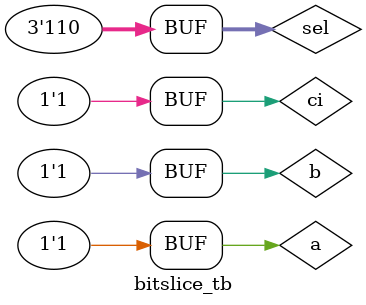
<source format=sv>
`timescale 1ns/10ps
module bitslice (a, b, ci, sel, alu_out, co);
    input logic a, b, ci;
    input logic [2:0] sel;
    output logic co, alu_out;

    logic [7:0] in_signals;
    logic b_mux;
    logic not_b;
    logic a_and_b, a_or_b, a_xor_b;

    // mux for adding and subtracting
    not #50 not_b_gate (not_b, b);
    mux2_1 sub_add (.out(b_mux), .i0(b), .i1(not_b), .sel(sel[0]));
    
    assign in_signals[0] = b;
    adder add_op (.ci, .a, .b(b_mux), .co, .out(in_signals[2]));
    assign in_signals[3] = in_signals[2];

    and #50 and_gate1 (in_signals[4], a, b);
    or #50 or_gate1 (in_signals[5], a, b);
    xor #50 xor_gat1 (in_signals[6], a, b);

    mux8_1 mux (.out(alu_out), .in(in_signals), .sel); 

endmodule

// test bench for the bitslice module that will test functionality of all selected 
// operations.
module bitslice_tb();
    logic a, b, ci;
    logic [2:0] sel;
    logic co, alu_out;

bitslice dut (.a, .b, .ci, .sel, .alu_out, .co);

    initial begin
	// tests some possible outputs of a,b,ci and sel

        // sel = 000 where b should go into alu out
		a=1'b0; b=1'b1; ci=1'b1; sel=3'b000; #10000;      
		a=1'b1; b=1'b1; ci=1'b0; sel=3'b000; #10000;      
		a=1'b0; b=1'b0; ci=1'b1; sel=3'b000; #10000;
        
        // sel = 010 where a+b should go into alu out      
		a=1'b1; b=1'b0; ci=1'b0; sel=3'b010; #10000;       
		a=1'b1; b=1'b0; ci=1'b1; sel=3'b010; #10000;
		a=1'b1; b=1'b1; ci=1'b1; sel=3'b010; #10000;
		a=1'b1; b=1'b1; ci=1'b0; sel=3'b010; #10000;
		a=1'b0; b=1'b1; ci=1'b0; sel=3'b010; #10000;
		a=1'b0; b=1'b0; ci=1'b1; sel=3'b010; #10000;
		a=1'b0; b=1'b0; ci=1'b0; sel=3'b010; #10000;
		a=1'b0; b=1'b1; ci=1'b1; sel=3'b010; #10000;

        // sel = 011 where a-b should go into alu out
		a=1'b1; b=1'b0; ci=1'b0; sel=3'b011; #10000;       
		a=1'b1; b=1'b0; ci=1'b1; sel=3'b011; #10000;
		a=1'b1; b=1'b1; ci=1'b1; sel=3'b011; #10000;
		a=1'b1; b=1'b1; ci=1'b0; sel=3'b011; #10000;
		a=1'b0; b=1'b1; ci=1'b0; sel=3'b011; #10000;
		a=1'b0; b=1'b0; ci=1'b1; sel=3'b011; #10000;
		a=1'b0; b=1'b0; ci=1'b0; sel=3'b011; #10000;
		a=1'b0; b=1'b1; ci=1'b1; sel=3'b011; #10000;

        // sel = 100 A & B into alu out
		a=1'b0; b=1'b0; ci=1'b1; sel=3'b100; #10000;      
		a=1'b0; b=1'b1; ci=1'b0; sel=3'b100; #10000;      
		a=1'b1; b=1'b0; ci=1'b1; sel=3'b100; #10000;
		a=1'b1; b=1'b1; ci=1'b1; sel=3'b100; #10000;

        // sel = 101 A | B into alu out
		a=1'b0; b=1'b0; ci=1'b1; sel=3'b101; #10000;      
		a=1'b0; b=1'b1; ci=1'b0; sel=3'b101; #10000;      
		a=1'b1; b=1'b0; ci=1'b1; sel=3'b101; #10000;
		a=1'b1; b=1'b1; ci=1'b1; sel=3'b101; #10000;

        // sel = 110 A XOR B into alu out
		a=1'b0; b=1'b0; ci=1'b1; sel=3'b110; #10000;      
		a=1'b0; b=1'b1; ci=1'b0; sel=3'b110; #10000;      
		a=1'b1; b=1'b0; ci=1'b1; sel=3'b110; #10000;
		a=1'b1; b=1'b1; ci=1'b1; sel=3'b110; #10000;
	end
endmodule

</source>
